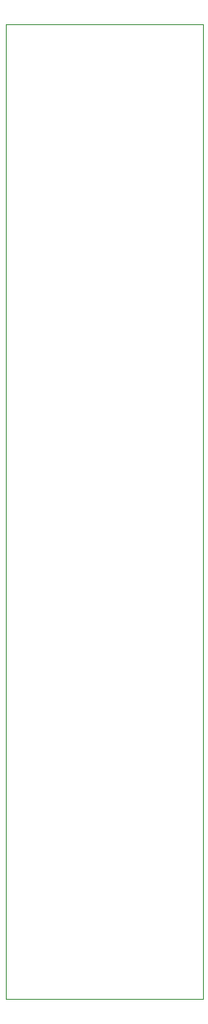
<source format=gbr>
%TF.GenerationSoftware,KiCad,Pcbnew,6.0.7+dfsg-1~bpo11+1*%
%TF.CreationDate,2022-10-26T04:05:39+08:00*%
%TF.ProjectId,MiniDelay v1.0 - Main,4d696e69-4465-46c6-9179-2076312e3020,rev?*%
%TF.SameCoordinates,Original*%
%TF.FileFunction,Profile,NP*%
%FSLAX46Y46*%
G04 Gerber Fmt 4.6, Leading zero omitted, Abs format (unit mm)*
G04 Created by KiCad (PCBNEW 6.0.7+dfsg-1~bpo11+1) date 2022-10-26 04:05:39*
%MOMM*%
%LPD*%
G01*
G04 APERTURE LIST*
%TA.AperFunction,Profile*%
%ADD10C,0.100000*%
%TD*%
G04 APERTURE END LIST*
D10*
X125000000Y-156150000D02*
X125000000Y-57500000D01*
X125000000Y-57500000D02*
X145000000Y-57500000D01*
X145000000Y-57500000D02*
X145000000Y-156150000D01*
X145000000Y-156150000D02*
X125000000Y-156150000D01*
M02*

</source>
